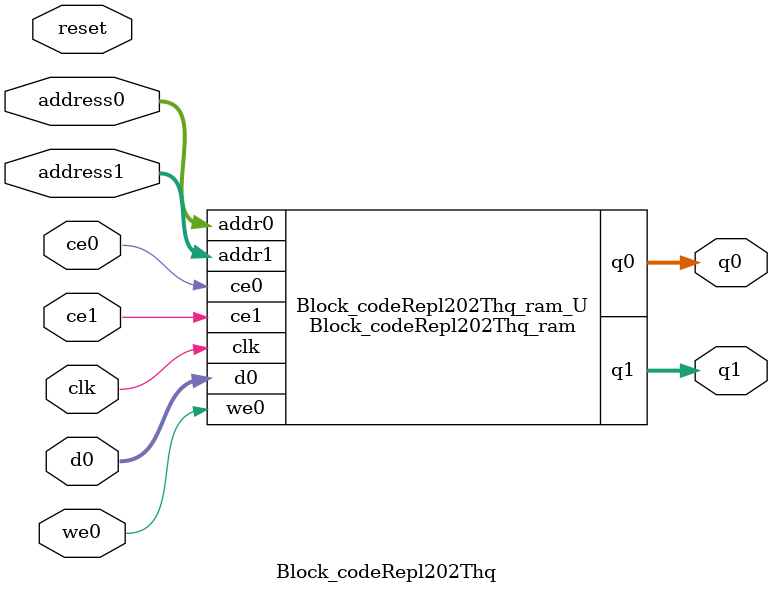
<source format=v>
`timescale 1 ns / 1 ps
module Block_codeRepl202Thq_ram (addr0, ce0, d0, we0, q0, addr1, ce1, q1,  clk);

parameter DWIDTH = 5;
parameter AWIDTH = 17;
parameter MEM_SIZE = 110208;

input[AWIDTH-1:0] addr0;
input ce0;
input[DWIDTH-1:0] d0;
input we0;
output reg[DWIDTH-1:0] q0;
input[AWIDTH-1:0] addr1;
input ce1;
output reg[DWIDTH-1:0] q1;
input clk;

(* ram_style = "block" *)reg [DWIDTH-1:0] ram[0:MEM_SIZE-1];




always @(posedge clk)  
begin 
    if (ce0) begin
        if (we0) 
            ram[addr0] <= d0; 
        q0 <= ram[addr0];
    end
end


always @(posedge clk)  
begin 
    if (ce1) begin
        q1 <= ram[addr1];
    end
end


endmodule

`timescale 1 ns / 1 ps
module Block_codeRepl202Thq(
    reset,
    clk,
    address0,
    ce0,
    we0,
    d0,
    q0,
    address1,
    ce1,
    q1);

parameter DataWidth = 32'd5;
parameter AddressRange = 32'd110208;
parameter AddressWidth = 32'd17;
input reset;
input clk;
input[AddressWidth - 1:0] address0;
input ce0;
input we0;
input[DataWidth - 1:0] d0;
output[DataWidth - 1:0] q0;
input[AddressWidth - 1:0] address1;
input ce1;
output[DataWidth - 1:0] q1;



Block_codeRepl202Thq_ram Block_codeRepl202Thq_ram_U(
    .clk( clk ),
    .addr0( address0 ),
    .ce0( ce0 ),
    .we0( we0 ),
    .d0( d0 ),
    .q0( q0 ),
    .addr1( address1 ),
    .ce1( ce1 ),
    .q1( q1 ));

endmodule


</source>
